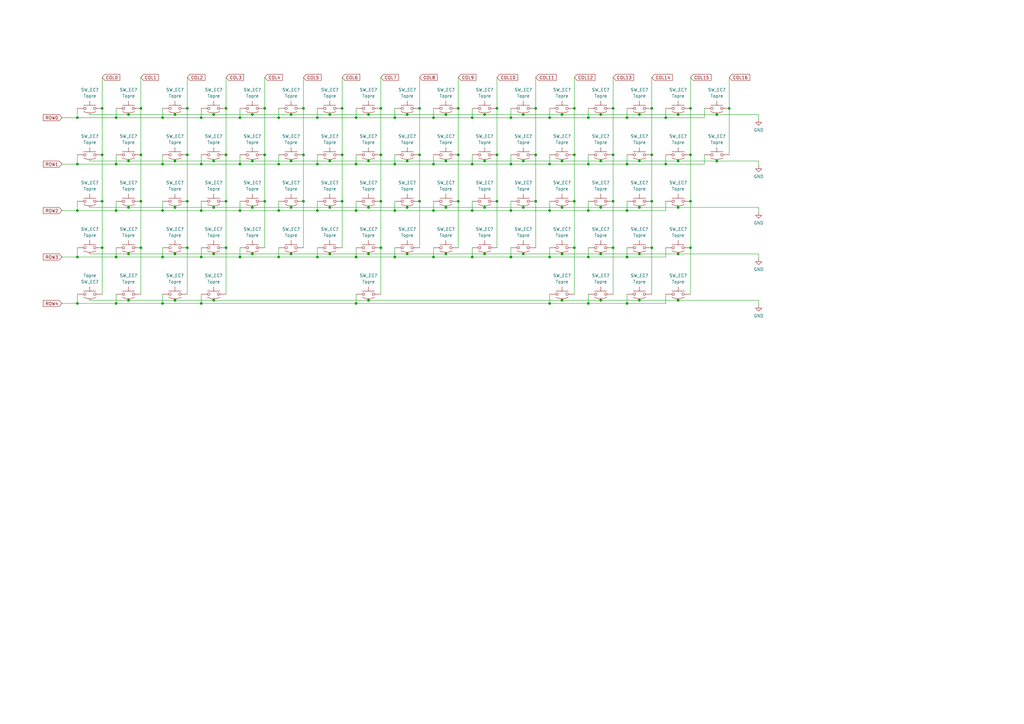
<source format=kicad_sch>
(kicad_sch (version 20211123) (generator eeschema)
  (paper "A3")
  (lib_symbols
    (symbol "cipulot_parts:Topre" (pin_numbers hide) (pin_names (offset 1.016) hide)
      (property "Reference" "SW_EC" (at -3.175 6.858 0))
      (property "Value" "Topre" (at -0.127 4.572 0))
      (symbol "Topre_0_1"
        (arc (start -2.54 -1.27) (mid 0 -1.8696) (end 2.54 -1.27))
        (circle (center -2.032 0) (radius 0.508))
        (polyline (pts (xy 0 1.27) (xy 0 3.048)))
        (polyline (pts (xy 2.54 1.27) (xy -2.54 1.27)))
        (circle (center 2.032 0) (radius 0.508))
        (pin input line (at -5.08 0 0) (length 2.54) (name "1") (number "1"))
        (pin output line (at 5.08 0 180) (length 2.54) (name "2") (number "2"))
      )
      (symbol "Topre_1_1"
        (pin power_in line (at 0 -2.54 90) (length 0.6096) (name "3") (number "3"))
      )
    )
    (symbol "power:GND" (power) (pin_names (offset 0))
      (property "Value" "GND" (at 0 -3.81 0))
      (symbol "GND_0_1"
        (polyline (pts (xy 0 0) (xy 0 -1.27) (xy 1.27 -1.27) (xy 0 -2.54) (xy -1.27 -1.27) (xy 0 -1.27)))
      )
      (symbol "GND_1_1"
        (pin power_in line (at 0 0 270) (length 0) hide (name "GND") (number "1"))
      )
    )
  )
  (junction (at 230.505 46.99))
  (junction (at 283.21 82.55))
  (junction (at 203.835 44.45))
  (junction (at 251.46 44.45))
  (junction (at 225.425 124.46))
  (junction (at 47.625 124.46))
  (junction (at 71.755 104.14))
  (junction (at 187.96 82.55))
  (junction (at 87.63 85.09))
  (junction (at 257.175 124.46))
  (junction (at 278.13 46.99))
  (junction (at 172.085 82.55))
  (junction (at 198.755 85.09))
  (junction (at 98.425 67.31))
  (junction (at 31.75 67.31))
  (junction (at 294.005 46.99))
  (junction (at 246.38 66.04))
  (junction (at 230.505 104.14))
  (junction (at 257.175 67.31))
  (junction (at 146.05 86.36))
  (junction (at 41.91 101.6))
  (junction (at 52.705 123.19))
  (junction (at 135.255 66.04))
  (junction (at 41.91 63.5))
  (junction (at 209.55 67.31))
  (junction (at 119.38 85.09))
  (junction (at 219.71 63.5))
  (junction (at 262.255 66.04))
  (junction (at 172.085 44.45))
  (junction (at 92.71 63.5))
  (junction (at 66.675 124.46))
  (junction (at 177.8 86.36))
  (junction (at 76.835 63.5))
  (junction (at 225.425 48.26))
  (junction (at 187.96 63.5))
  (junction (at 235.585 101.6))
  (junction (at 71.755 123.19))
  (junction (at 167.005 46.99))
  (junction (at 130.175 67.31))
  (junction (at 267.335 82.55))
  (junction (at 92.71 101.6))
  (junction (at 167.005 104.14))
  (junction (at 262.255 46.99))
  (junction (at 140.335 44.45))
  (junction (at 31.75 124.46))
  (junction (at 241.3 124.46))
  (junction (at 161.925 67.31))
  (junction (at 161.925 48.26))
  (junction (at 76.835 82.55))
  (junction (at 103.505 85.09))
  (junction (at 241.3 48.26))
  (junction (at 187.96 44.45))
  (junction (at 151.13 46.99))
  (junction (at 103.505 104.14))
  (junction (at 241.3 105.41))
  (junction (at 41.91 82.55))
  (junction (at 235.585 63.5))
  (junction (at 257.175 105.41))
  (junction (at 182.88 46.99))
  (junction (at 47.625 48.26))
  (junction (at 114.3 48.26))
  (junction (at 156.21 82.55))
  (junction (at 177.8 105.41))
  (junction (at 214.63 104.14))
  (junction (at 225.425 86.36))
  (junction (at 146.05 67.31))
  (junction (at 98.425 48.26))
  (junction (at 119.38 46.99))
  (junction (at 57.785 63.5))
  (junction (at 246.38 123.19))
  (junction (at 119.38 66.04))
  (junction (at 103.505 46.99))
  (junction (at 52.705 46.99))
  (junction (at 241.3 67.31))
  (junction (at 135.255 46.99))
  (junction (at 151.13 123.19))
  (junction (at 273.05 48.26))
  (junction (at 130.175 48.26))
  (junction (at 52.705 66.04))
  (junction (at 82.55 86.36))
  (junction (at 124.46 63.5))
  (junction (at 114.3 105.41))
  (junction (at 47.625 67.31))
  (junction (at 130.175 86.36))
  (junction (at 57.785 101.6))
  (junction (at 156.21 63.5))
  (junction (at 52.705 104.14))
  (junction (at 87.63 123.19))
  (junction (at 251.46 63.5))
  (junction (at 31.75 105.41))
  (junction (at 262.255 85.09))
  (junction (at 257.175 48.26))
  (junction (at 193.675 48.26))
  (junction (at 135.255 104.14))
  (junction (at 108.585 63.5))
  (junction (at 273.05 67.31))
  (junction (at 71.755 66.04))
  (junction (at 52.705 85.09))
  (junction (at 283.21 101.6))
  (junction (at 124.46 44.45))
  (junction (at 151.13 85.09))
  (junction (at 66.675 67.31))
  (junction (at 214.63 46.99))
  (junction (at 198.755 104.14))
  (junction (at 57.785 82.55))
  (junction (at 151.13 104.14))
  (junction (at 235.585 44.45))
  (junction (at 156.21 44.45))
  (junction (at 278.13 85.09))
  (junction (at 246.38 46.99))
  (junction (at 87.63 46.99))
  (junction (at 167.005 85.09))
  (junction (at 76.835 44.45))
  (junction (at 82.55 48.26))
  (junction (at 114.3 86.36))
  (junction (at 203.835 63.5))
  (junction (at 167.005 66.04))
  (junction (at 47.625 86.36))
  (junction (at 151.13 66.04))
  (junction (at 119.38 104.14))
  (junction (at 57.785 44.45))
  (junction (at 225.425 67.31))
  (junction (at 92.71 44.45))
  (junction (at 124.46 82.55))
  (junction (at 76.835 101.6))
  (junction (at 193.675 105.41))
  (junction (at 161.925 86.36))
  (junction (at 267.335 44.45))
  (junction (at 92.71 82.55))
  (junction (at 225.425 105.41))
  (junction (at 156.21 101.6))
  (junction (at 114.3 67.31))
  (junction (at 246.38 85.09))
  (junction (at 299.085 44.45))
  (junction (at 66.675 105.41))
  (junction (at 267.335 63.5))
  (junction (at 41.91 44.45))
  (junction (at 278.13 66.04))
  (junction (at 161.925 105.41))
  (junction (at 193.675 67.31))
  (junction (at 31.75 86.36))
  (junction (at 47.625 105.41))
  (junction (at 251.46 101.6))
  (junction (at 278.13 104.14))
  (junction (at 82.55 124.46))
  (junction (at 209.55 48.26))
  (junction (at 71.755 85.09))
  (junction (at 130.175 105.41))
  (junction (at 214.63 85.09))
  (junction (at 98.425 105.41))
  (junction (at 87.63 66.04))
  (junction (at 172.085 63.5))
  (junction (at 146.05 124.46))
  (junction (at 98.425 86.36))
  (junction (at 230.505 66.04))
  (junction (at 278.13 123.19))
  (junction (at 193.675 86.36))
  (junction (at 219.71 44.45))
  (junction (at 140.335 63.5))
  (junction (at 294.005 66.04))
  (junction (at 71.755 46.99))
  (junction (at 87.63 104.14))
  (junction (at 235.585 82.55))
  (junction (at 246.38 104.14))
  (junction (at 283.21 63.5))
  (junction (at 267.335 101.6))
  (junction (at 203.835 82.55))
  (junction (at 219.71 82.55))
  (junction (at 182.88 66.04))
  (junction (at 108.585 44.45))
  (junction (at 257.175 86.36))
  (junction (at 66.675 86.36))
  (junction (at 241.3 86.36))
  (junction (at 182.88 85.09))
  (junction (at 230.505 123.19))
  (junction (at 146.05 105.41))
  (junction (at 82.55 67.31))
  (junction (at 177.8 48.26))
  (junction (at 251.46 82.55))
  (junction (at 140.335 82.55))
  (junction (at 198.755 46.99))
  (junction (at 198.755 66.04))
  (junction (at 283.21 44.45))
  (junction (at 82.55 105.41))
  (junction (at 182.88 104.14))
  (junction (at 209.55 86.36))
  (junction (at 103.505 66.04))
  (junction (at 262.255 104.14))
  (junction (at 230.505 85.09))
  (junction (at 66.675 48.26))
  (junction (at 146.05 48.26))
  (junction (at 214.63 66.04))
  (junction (at 262.255 123.19))
  (junction (at 31.75 48.26))
  (junction (at 108.585 82.55))
  (junction (at 177.8 67.31))
  (junction (at 135.255 85.09))
  (junction (at 209.55 105.41))
  (wire (pts (xy 311.15 46.99) (xy 311.15 48.895)))
  (wire (pts (xy 246.38 46.99) (xy 262.255 46.99)))
  (wire (pts (xy 177.8 44.45) (xy 177.8 48.26)))
  (wire (pts (xy 241.3 82.55) (xy 241.3 86.36)))
  (wire (pts (xy 140.335 82.55) (xy 140.335 101.6)))
  (wire (pts (xy 47.625 105.41) (xy 66.675 105.41)))
  (wire (pts (xy 119.38 85.09) (xy 135.255 85.09)))
  (wire (pts (xy 241.3 48.26) (xy 257.175 48.26)))
  (wire (pts (xy 92.71 101.6) (xy 92.71 120.65)))
  (wire (pts (xy 140.335 44.45) (xy 140.335 63.5)))
  (wire (pts (xy 209.55 105.41) (xy 225.425 105.41)))
  (wire (pts (xy 161.925 101.6) (xy 161.925 105.41)))
  (wire (pts (xy 182.88 46.99) (xy 198.755 46.99)))
  (wire (pts (xy 283.21 82.55) (xy 283.21 63.5)))
  (wire (pts (xy 299.085 31.75) (xy 299.085 44.45)))
  (wire (pts (xy 47.625 67.31) (xy 66.675 67.31)))
  (wire (pts (xy 209.55 48.26) (xy 225.425 48.26)))
  (wire (pts (xy 57.785 82.55) (xy 57.785 101.6)))
  (wire (pts (xy 230.505 66.04) (xy 246.38 66.04)))
  (wire (pts (xy 151.13 104.14) (xy 167.005 104.14)))
  (wire (pts (xy 278.13 104.14) (xy 311.15 104.14)))
  (wire (pts (xy 311.15 66.04) (xy 311.15 67.945)))
  (wire (pts (xy 52.705 66.04) (xy 71.755 66.04)))
  (wire (pts (xy 209.55 86.36) (xy 225.425 86.36)))
  (wire (pts (xy 294.005 66.04) (xy 311.15 66.04)))
  (wire (pts (xy 57.785 31.75) (xy 57.785 44.45)))
  (wire (pts (xy 172.085 63.5) (xy 172.085 82.55)))
  (wire (pts (xy 82.55 82.55) (xy 82.55 86.36)))
  (wire (pts (xy 82.55 44.45) (xy 82.55 48.26)))
  (wire (pts (xy 103.505 46.99) (xy 119.38 46.99)))
  (wire (pts (xy 114.3 63.5) (xy 114.3 67.31)))
  (wire (pts (xy 66.675 101.6) (xy 66.675 105.41)))
  (wire (pts (xy 151.13 66.04) (xy 167.005 66.04)))
  (wire (pts (xy 235.585 101.6) (xy 235.585 120.65)))
  (wire (pts (xy 57.785 63.5) (xy 57.785 82.55)))
  (wire (pts (xy 241.3 63.5) (xy 241.3 67.31)))
  (wire (pts (xy 52.705 46.99) (xy 71.755 46.99)))
  (wire (pts (xy 251.46 101.6) (xy 251.46 120.65)))
  (wire (pts (xy 235.585 31.75) (xy 235.585 44.45)))
  (wire (pts (xy 108.585 44.45) (xy 108.585 63.5)))
  (wire (pts (xy 92.71 82.55) (xy 92.71 101.6)))
  (wire (pts (xy 251.46 63.5) (xy 251.46 82.55)))
  (wire (pts (xy 273.05 105.41) (xy 273.05 101.6)))
  (wire (pts (xy 267.335 101.6) (xy 267.335 120.65)))
  (wire (pts (xy 130.175 48.26) (xy 146.05 48.26)))
  (wire (pts (xy 177.8 82.55) (xy 177.8 86.36)))
  (wire (pts (xy 203.835 44.45) (xy 203.835 63.5)))
  (wire (pts (xy 108.585 82.55) (xy 108.585 101.6)))
  (wire (pts (xy 246.38 104.14) (xy 262.255 104.14)))
  (wire (pts (xy 177.8 48.26) (xy 193.675 48.26)))
  (wire (pts (xy 140.335 63.5) (xy 140.335 82.55)))
  (wire (pts (xy 230.505 46.99) (xy 246.38 46.99)))
  (wire (pts (xy 156.21 31.75) (xy 156.21 44.45)))
  (wire (pts (xy 161.925 63.5) (xy 161.925 67.31)))
  (wire (pts (xy 82.55 86.36) (xy 98.425 86.36)))
  (wire (pts (xy 214.63 104.14) (xy 230.505 104.14)))
  (wire (pts (xy 76.835 44.45) (xy 76.835 63.5)))
  (wire (pts (xy 161.925 48.26) (xy 177.8 48.26)))
  (wire (pts (xy 140.335 31.75) (xy 140.335 44.45)))
  (wire (pts (xy 187.96 63.5) (xy 187.96 82.55)))
  (wire (pts (xy 76.835 31.75) (xy 76.835 44.45)))
  (wire (pts (xy 146.05 82.55) (xy 146.05 86.36)))
  (wire (pts (xy 167.005 104.14) (xy 182.88 104.14)))
  (wire (pts (xy 311.15 123.19) (xy 311.15 125.095)))
  (wire (pts (xy 172.085 82.55) (xy 172.085 101.6)))
  (wire (pts (xy 87.63 85.09) (xy 103.505 85.09)))
  (wire (pts (xy 82.55 124.46) (xy 146.05 124.46)))
  (wire (pts (xy 82.55 48.26) (xy 98.425 48.26)))
  (wire (pts (xy 177.8 105.41) (xy 193.675 105.41)))
  (wire (pts (xy 135.255 66.04) (xy 151.13 66.04)))
  (wire (pts (xy 31.75 105.41) (xy 47.625 105.41)))
  (wire (pts (xy 167.005 46.99) (xy 182.88 46.99)))
  (wire (pts (xy 267.335 44.45) (xy 267.335 63.5)))
  (wire (pts (xy 278.13 46.99) (xy 294.005 46.99)))
  (wire (pts (xy 246.38 85.09) (xy 262.255 85.09)))
  (wire (pts (xy 87.63 46.99) (xy 103.505 46.99)))
  (wire (pts (xy 156.21 101.6) (xy 156.21 120.65)))
  (wire (pts (xy 241.3 101.6) (xy 241.3 105.41)))
  (wire (pts (xy 257.175 63.5) (xy 257.175 67.31)))
  (wire (pts (xy 92.71 63.5) (xy 92.71 82.55)))
  (wire (pts (xy 36.83 85.09) (xy 52.705 85.09)))
  (wire (pts (xy 214.63 66.04) (xy 230.505 66.04)))
  (wire (pts (xy 47.625 48.26) (xy 66.675 48.26)))
  (wire (pts (xy 114.3 48.26) (xy 130.175 48.26)))
  (wire (pts (xy 219.71 63.5) (xy 219.71 82.55)))
  (wire (pts (xy 146.05 48.26) (xy 161.925 48.26)))
  (wire (pts (xy 257.175 105.41) (xy 273.05 105.41)))
  (wire (pts (xy 294.005 46.99) (xy 311.15 46.99)))
  (wire (pts (xy 124.46 82.55) (xy 124.46 101.6)))
  (wire (pts (xy 52.705 85.09) (xy 71.755 85.09)))
  (wire (pts (xy 230.505 123.19) (xy 246.38 123.19)))
  (wire (pts (xy 71.755 85.09) (xy 87.63 85.09)))
  (wire (pts (xy 66.675 63.5) (xy 66.675 67.31)))
  (wire (pts (xy 161.925 105.41) (xy 177.8 105.41)))
  (wire (pts (xy 47.625 86.36) (xy 66.675 86.36)))
  (wire (pts (xy 98.425 44.45) (xy 98.425 48.26)))
  (wire (pts (xy 52.705 123.19) (xy 71.755 123.19)))
  (wire (pts (xy 135.255 85.09) (xy 151.13 85.09)))
  (wire (pts (xy 57.785 44.45) (xy 57.785 63.5)))
  (wire (pts (xy 193.675 86.36) (xy 209.55 86.36)))
  (wire (pts (xy 130.175 67.31) (xy 146.05 67.31)))
  (wire (pts (xy 225.425 63.5) (xy 225.425 67.31)))
  (wire (pts (xy 47.625 82.55) (xy 47.625 86.36)))
  (wire (pts (xy 193.675 44.45) (xy 193.675 48.26)))
  (wire (pts (xy 114.3 82.55) (xy 114.3 86.36)))
  (wire (pts (xy 31.75 63.5) (xy 31.75 67.31)))
  (wire (pts (xy 267.335 63.5) (xy 267.335 82.55)))
  (wire (pts (xy 193.675 67.31) (xy 209.55 67.31)))
  (wire (pts (xy 241.3 124.46) (xy 257.175 124.46)))
  (wire (pts (xy 135.255 104.14) (xy 151.13 104.14)))
  (wire (pts (xy 66.675 82.55) (xy 66.675 86.36)))
  (wire (pts (xy 31.75 48.26) (xy 47.625 48.26)))
  (wire (pts (xy 66.675 48.26) (xy 82.55 48.26)))
  (wire (pts (xy 114.3 86.36) (xy 130.175 86.36)))
  (wire (pts (xy 198.755 66.04) (xy 214.63 66.04)))
  (wire (pts (xy 161.925 44.45) (xy 161.925 48.26)))
  (wire (pts (xy 311.15 85.09) (xy 311.15 86.995)))
  (wire (pts (xy 177.8 86.36) (xy 193.675 86.36)))
  (wire (pts (xy 283.21 101.6) (xy 283.21 82.55)))
  (wire (pts (xy 71.755 104.14) (xy 87.63 104.14)))
  (wire (pts (xy 156.21 63.5) (xy 156.21 82.55)))
  (wire (pts (xy 273.05 124.46) (xy 273.05 120.65)))
  (wire (pts (xy 82.55 101.6) (xy 82.55 105.41)))
  (wire (pts (xy 288.925 48.26) (xy 288.925 44.45)))
  (wire (pts (xy 241.3 120.65) (xy 241.3 124.46)))
  (wire (pts (xy 130.175 86.36) (xy 146.05 86.36)))
  (wire (pts (xy 66.675 105.41) (xy 82.55 105.41)))
  (wire (pts (xy 214.63 46.99) (xy 230.505 46.99)))
  (wire (pts (xy 130.175 82.55) (xy 130.175 86.36)))
  (wire (pts (xy 161.925 82.55) (xy 161.925 86.36)))
  (wire (pts (xy 130.175 105.41) (xy 146.05 105.41)))
  (wire (pts (xy 31.75 120.65) (xy 31.75 124.46)))
  (wire (pts (xy 262.255 123.19) (xy 278.13 123.19)))
  (wire (pts (xy 209.55 63.5) (xy 209.55 67.31)))
  (wire (pts (xy 198.755 85.09) (xy 214.63 85.09)))
  (wire (pts (xy 257.175 48.26) (xy 273.05 48.26)))
  (wire (pts (xy 41.91 31.75) (xy 41.91 44.45)))
  (wire (pts (xy 25.4 48.26) (xy 31.75 48.26)))
  (wire (pts (xy 257.175 101.6) (xy 257.175 105.41)))
  (wire (pts (xy 108.585 63.5) (xy 108.585 82.55)))
  (wire (pts (xy 225.425 67.31) (xy 241.3 67.31)))
  (wire (pts (xy 151.13 85.09) (xy 167.005 85.09)))
  (wire (pts (xy 151.13 123.19) (xy 230.505 123.19)))
  (wire (pts (xy 251.46 82.55) (xy 251.46 101.6)))
  (wire (pts (xy 146.05 63.5) (xy 146.05 67.31)))
  (wire (pts (xy 187.96 31.75) (xy 187.96 44.45)))
  (wire (pts (xy 31.75 86.36) (xy 47.625 86.36)))
  (wire (pts (xy 273.05 67.31) (xy 288.925 67.31)))
  (wire (pts (xy 146.05 44.45) (xy 146.05 48.26)))
  (wire (pts (xy 135.255 46.99) (xy 151.13 46.99)))
  (wire (pts (xy 172.085 44.45) (xy 172.085 63.5)))
  (wire (pts (xy 82.55 67.31) (xy 98.425 67.31)))
  (wire (pts (xy 283.21 120.65) (xy 283.21 101.6)))
  (wire (pts (xy 161.925 67.31) (xy 177.8 67.31)))
  (wire (pts (xy 283.21 44.45) (xy 283.21 31.75)))
  (wire (pts (xy 187.96 44.45) (xy 187.96 63.5)))
  (wire (pts (xy 193.675 63.5) (xy 193.675 67.31)))
  (wire (pts (xy 76.835 82.55) (xy 76.835 101.6)))
  (wire (pts (xy 124.46 44.45) (xy 124.46 63.5)))
  (wire (pts (xy 219.71 82.55) (xy 219.71 101.6)))
  (wire (pts (xy 273.05 63.5) (xy 273.05 67.31)))
  (wire (pts (xy 209.55 82.55) (xy 209.55 86.36)))
  (wire (pts (xy 225.425 82.55) (xy 225.425 86.36)))
  (wire (pts (xy 31.75 124.46) (xy 47.625 124.46)))
  (wire (pts (xy 47.625 124.46) (xy 66.675 124.46)))
  (wire (pts (xy 241.3 67.31) (xy 257.175 67.31)))
  (wire (pts (xy 177.8 63.5) (xy 177.8 67.31)))
  (wire (pts (xy 25.4 105.41) (xy 31.75 105.41)))
  (wire (pts (xy 182.88 66.04) (xy 198.755 66.04)))
  (wire (pts (xy 283.21 63.5) (xy 283.21 44.45)))
  (wire (pts (xy 219.71 31.75) (xy 219.71 44.45)))
  (wire (pts (xy 114.3 44.45) (xy 114.3 48.26)))
  (wire (pts (xy 182.88 104.14) (xy 198.755 104.14)))
  (wire (pts (xy 92.71 31.75) (xy 92.71 44.45)))
  (wire (pts (xy 92.71 44.45) (xy 92.71 63.5)))
  (wire (pts (xy 41.91 82.55) (xy 41.91 101.6)))
  (wire (pts (xy 76.835 101.6) (xy 76.835 120.65)))
  (wire (pts (xy 66.675 124.46) (xy 82.55 124.46)))
  (wire (pts (xy 311.15 104.14) (xy 311.15 106.045)))
  (wire (pts (xy 82.55 120.65) (xy 82.55 124.46)))
  (wire (pts (xy 47.625 44.45) (xy 47.625 48.26)))
  (wire (pts (xy 262.255 85.09) (xy 278.13 85.09)))
  (wire (pts (xy 193.675 82.55) (xy 193.675 86.36)))
  (wire (pts (xy 198.755 104.14) (xy 214.63 104.14)))
  (wire (pts (xy 146.05 124.46) (xy 225.425 124.46)))
  (wire (pts (xy 114.3 101.6) (xy 114.3 105.41)))
  (wire (pts (xy 267.335 82.55) (xy 267.335 101.6)))
  (wire (pts (xy 71.755 123.19) (xy 87.63 123.19)))
  (wire (pts (xy 156.21 44.45) (xy 156.21 63.5)))
  (wire (pts (xy 187.96 82.55) (xy 187.96 101.6)))
  (wire (pts (xy 146.05 101.6) (xy 146.05 105.41)))
  (wire (pts (xy 273.05 44.45) (xy 273.05 48.26)))
  (wire (pts (xy 71.755 46.99) (xy 87.63 46.99)))
  (wire (pts (xy 225.425 86.36) (xy 241.3 86.36)))
  (wire (pts (xy 193.675 48.26) (xy 209.55 48.26)))
  (wire (pts (xy 130.175 44.45) (xy 130.175 48.26)))
  (wire (pts (xy 241.3 44.45) (xy 241.3 48.26)))
  (wire (pts (xy 172.085 31.75) (xy 172.085 44.45)))
  (wire (pts (xy 87.63 104.14) (xy 103.505 104.14)))
  (wire (pts (xy 177.8 67.31) (xy 193.675 67.31)))
  (wire (pts (xy 57.785 101.6) (xy 57.785 120.65)))
  (wire (pts (xy 225.425 44.45) (xy 225.425 48.26)))
  (wire (pts (xy 66.675 44.45) (xy 66.675 48.26)))
  (wire (pts (xy 235.585 63.5) (xy 235.585 82.55)))
  (wire (pts (xy 273.05 86.36) (xy 273.05 82.55)))
  (wire (pts (xy 66.675 120.65) (xy 66.675 124.46)))
  (wire (pts (xy 87.63 123.19) (xy 151.13 123.19)))
  (wire (pts (xy 251.46 44.45) (xy 251.46 63.5)))
  (wire (pts (xy 41.91 44.45) (xy 41.91 63.5)))
  (wire (pts (xy 87.63 66.04) (xy 103.505 66.04)))
  (wire (pts (xy 103.505 104.14) (xy 119.38 104.14)))
  (wire (pts (xy 130.175 63.5) (xy 130.175 67.31)))
  (wire (pts (xy 41.91 101.6) (xy 41.91 120.65)))
  (wire (pts (xy 209.55 67.31) (xy 225.425 67.31)))
  (wire (pts (xy 278.13 123.19) (xy 311.15 123.19)))
  (wire (pts (xy 71.755 66.04) (xy 87.63 66.04)))
  (wire (pts (xy 203.835 82.55) (xy 203.835 101.6)))
  (wire (pts (xy 47.625 63.5) (xy 47.625 67.31)))
  (wire (pts (xy 41.91 63.5) (xy 41.91 82.55)))
  (wire (pts (xy 146.05 105.41) (xy 161.925 105.41)))
  (wire (pts (xy 66.675 67.31) (xy 82.55 67.31)))
  (wire (pts (xy 82.55 105.41) (xy 98.425 105.41)))
  (wire (pts (xy 257.175 86.36) (xy 273.05 86.36)))
  (wire (pts (xy 278.13 85.09) (xy 311.15 85.09)))
  (wire (pts (xy 82.55 63.5) (xy 82.55 67.31)))
  (wire (pts (xy 246.38 123.19) (xy 262.255 123.19)))
  (wire (pts (xy 225.425 120.65) (xy 225.425 124.46)))
  (wire (pts (xy 273.05 48.26) (xy 288.925 48.26)))
  (wire (pts (xy 257.175 124.46) (xy 273.05 124.46)))
  (wire (pts (xy 47.625 101.6) (xy 47.625 105.41)))
  (wire (pts (xy 225.425 105.41) (xy 241.3 105.41)))
  (wire (pts (xy 124.46 31.75) (xy 124.46 44.45)))
  (wire (pts (xy 182.88 85.09) (xy 198.755 85.09)))
  (wire (pts (xy 257.175 120.65) (xy 257.175 124.46)))
  (wire (pts (xy 219.71 44.45) (xy 219.71 63.5)))
  (wire (pts (xy 156.21 82.55) (xy 156.21 101.6)))
  (wire (pts (xy 262.255 104.14) (xy 278.13 104.14)))
  (wire (pts (xy 98.425 67.31) (xy 114.3 67.31)))
  (wire (pts (xy 235.585 82.55) (xy 235.585 101.6)))
  (wire (pts (xy 299.085 44.45) (xy 299.085 63.5)))
  (wire (pts (xy 235.585 44.45) (xy 235.585 63.5)))
  (wire (pts (xy 98.425 101.6) (xy 98.425 105.41)))
  (wire (pts (xy 241.3 105.41) (xy 257.175 105.41)))
  (wire (pts (xy 47.625 120.65) (xy 47.625 124.46)))
  (wire (pts (xy 214.63 85.09) (xy 230.505 85.09)))
  (wire (pts (xy 203.835 31.75) (xy 203.835 44.45)))
  (wire (pts (xy 36.83 104.14) (xy 52.705 104.14)))
  (wire (pts (xy 267.335 31.75) (xy 267.335 44.45)))
  (wire (pts (xy 257.175 44.45) (xy 257.175 48.26)))
  (wire (pts (xy 119.38 46.99) (xy 135.255 46.99)))
  (wire (pts (xy 119.38 66.04) (xy 135.255 66.04)))
  (wire (pts (xy 103.505 66.04) (xy 119.38 66.04)))
  (wire (pts (xy 124.46 63.5) (xy 124.46 82.55)))
  (wire (pts (xy 288.925 67.31) (xy 288.925 63.5)))
  (wire (pts (xy 257.175 67.31) (xy 273.05 67.31)))
  (wire (pts (xy 36.83 123.19) (xy 52.705 123.19)))
  (wire (pts (xy 167.005 85.09) (xy 182.88 85.09)))
  (wire (pts (xy 146.05 86.36) (xy 161.925 86.36)))
  (wire (pts (xy 209.55 44.45) (xy 209.55 48.26)))
  (wire (pts (xy 251.46 31.75) (xy 251.46 44.45)))
  (wire (pts (xy 52.705 104.14) (xy 71.755 104.14)))
  (wire (pts (xy 114.3 105.41) (xy 130.175 105.41)))
  (wire (pts (xy 31.75 82.55) (xy 31.75 86.36)))
  (wire (pts (xy 114.3 67.31) (xy 130.175 67.31)))
  (wire (pts (xy 246.38 66.04) (xy 262.255 66.04)))
  (wire (pts (xy 146.05 67.31) (xy 161.925 67.31)))
  (wire (pts (xy 177.8 101.6) (xy 177.8 105.41)))
  (wire (pts (xy 193.675 101.6) (xy 193.675 105.41)))
  (wire (pts (xy 241.3 86.36) (xy 257.175 86.36)))
  (wire (pts (xy 98.425 82.55) (xy 98.425 86.36)))
  (wire (pts (xy 25.4 124.46) (xy 31.75 124.46)))
  (wire (pts (xy 36.83 66.04) (xy 52.705 66.04)))
  (wire (pts (xy 98.425 63.5) (xy 98.425 67.31)))
  (wire (pts (xy 25.4 67.31) (xy 31.75 67.31)))
  (wire (pts (xy 225.425 101.6) (xy 225.425 105.41)))
  (wire (pts (xy 161.925 86.36) (xy 177.8 86.36)))
  (wire (pts (xy 76.835 63.5) (xy 76.835 82.55)))
  (wire (pts (xy 151.13 46.99) (xy 167.005 46.99)))
  (wire (pts (xy 257.175 82.55) (xy 257.175 86.36)))
  (wire (pts (xy 130.175 101.6) (xy 130.175 105.41)))
  (wire (pts (xy 108.585 31.75) (xy 108.585 44.45)))
  (wire (pts (xy 146.05 120.65) (xy 146.05 124.46)))
  (wire (pts (xy 98.425 48.26) (xy 114.3 48.26)))
  (wire (pts (xy 262.255 46.99) (xy 278.13 46.99)))
  (wire (pts (xy 103.505 85.09) (xy 119.38 85.09)))
  (wire (pts (xy 278.13 66.04) (xy 294.005 66.04)))
  (wire (pts (xy 98.425 86.36) (xy 114.3 86.36)))
  (wire (pts (xy 193.675 105.41) (xy 209.55 105.41)))
  (wire (pts (xy 198.755 46.99) (xy 214.63 46.99)))
  (wire (pts (xy 119.38 104.14) (xy 135.255 104.14)))
  (wire (pts (xy 66.675 86.36) (xy 82.55 86.36)))
  (wire (pts (xy 230.505 85.09) (xy 246.38 85.09)))
  (wire (pts (xy 225.425 48.26) (xy 241.3 48.26)))
  (wire (pts (xy 36.83 46.99) (xy 52.705 46.99)))
  (wire (pts (xy 31.75 67.31) (xy 47.625 67.31)))
  (wire (pts (xy 167.005 66.04) (xy 182.88 66.04)))
  (wire (pts (xy 31.75 101.6) (xy 31.75 105.41)))
  (wire (pts (xy 209.55 101.6) (xy 209.55 105.41)))
  (wire (pts (xy 31.75 44.45) (xy 31.75 48.26)))
  (wire (pts (xy 203.835 63.5) (xy 203.835 82.55)))
  (wire (pts (xy 262.255 66.04) (xy 278.13 66.04)))
  (wire (pts (xy 98.425 105.41) (xy 114.3 105.41)))
  (wire (pts (xy 25.4 86.36) (xy 31.75 86.36)))
  (wire (pts (xy 230.505 104.14) (xy 246.38 104.14)))
  (wire (pts (xy 225.425 124.46) (xy 241.3 124.46)))
  (global_label "ROW2" (shape input) (at 25.4 86.36 180) (property "Intersheet References" "${INTERSHEET_REFS}" (effects hide)))
  (global_label "COL1" (shape input) (at 57.785 31.75 0) (property "Intersheet References" "${INTERSHEET_REFS}" (effects hide)))
  (global_label "COL8" (shape input) (at 172.085 31.75 0) (property "Intersheet References" "${INTERSHEET_REFS}" (effects hide)))
  (global_label "COL0" (shape input) (at 41.91 31.75 0) (property "Intersheet References" "${INTERSHEET_REFS}" (effects hide)))
  (global_label "COL13" (shape input) (at 251.46 31.75 0) (property "Intersheet References" "${INTERSHEET_REFS}" (effects hide)))
  (global_label "COL5" (shape input) (at 124.46 31.75 0) (property "Intersheet References" "${INTERSHEET_REFS}" (effects hide)))
  (global_label "COL10" (shape input) (at 203.835 31.75 0) (property "Intersheet References" "${INTERSHEET_REFS}" (effects hide)))
  (global_label "ROW3" (shape input) (at 25.4 105.41 180) (property "Intersheet References" "${INTERSHEET_REFS}" (effects hide)))
  (global_label "COL9" (shape input) (at 187.96 31.75 0) (property "Intersheet References" "${INTERSHEET_REFS}" (effects hide)))
  (global_label "ROW0" (shape input) (at 25.4 48.26 180) (property "Intersheet References" "${INTERSHEET_REFS}" (effects hide)))
  (global_label "COL7" (shape input) (at 156.21 31.75 0) (property "Intersheet References" "${INTERSHEET_REFS}" (effects hide)))
  (global_label "COL3" (shape input) (at 92.71 31.75 0) (property "Intersheet References" "${INTERSHEET_REFS}" (effects hide)))
  (global_label "COL16" (shape input) (at 299.085 31.75 0) (property "Intersheet References" "${INTERSHEET_REFS}" (effects hide)))
  (global_label "COL14" (shape input) (at 267.335 31.75 0) (property "Intersheet References" "${INTERSHEET_REFS}" (effects hide)))
  (global_label "COL15" (shape input) (at 283.21 31.75 0) (property "Intersheet References" "${INTERSHEET_REFS}" (effects hide)))
  (global_label "COL2" (shape input) (at 76.835 31.75 0) (property "Intersheet References" "${INTERSHEET_REFS}" (effects hide)))
  (global_label "COL11" (shape input) (at 219.71 31.75 0) (property "Intersheet References" "${INTERSHEET_REFS}" (effects hide)))
  (global_label "COL6" (shape input) (at 140.335 31.75 0) (property "Intersheet References" "${INTERSHEET_REFS}" (effects hide)))
  (global_label "COL4" (shape input) (at 108.585 31.75 0) (property "Intersheet References" "${INTERSHEET_REFS}" (effects hide)))
  (global_label "ROW4" (shape input) (at 25.4 124.46 180) (property "Intersheet References" "${INTERSHEET_REFS}" (effects hide)))
  (global_label "COL12" (shape input) (at 235.585 31.75 0) (property "Intersheet References" "${INTERSHEET_REFS}" (effects hide)))
  (global_label "ROW1" (shape input) (at 25.4 67.31 180) (property "Intersheet References" "${INTERSHEET_REFS}" (effects hide)))
  (symbol (lib_id "cipulot_parts:Topre") (at 246.38 44.45 0) (unit 1)
    (property "Reference" "SW_EC?" (at 246.38 36.83 0))
    (property "Value" "Topre" (at 246.38 39.37 0))
  )
  (symbol (lib_id "cipulot_parts:Topre") (at 167.005 82.55 0) (unit 1)
    (property "Reference" "SW_EC?" (at 167.005 74.93 0))
    (property "Value" "Topre" (at 167.005 77.47 0))
  )
  (symbol (lib_id "cipulot_parts:Topre") (at 151.13 120.65 0) (unit 1)
    (property "Reference" "SW_EC?" (at 151.13 113.03 0))
    (property "Value" "Topre" (at 151.13 115.57 0))
  )
  (symbol (lib_id "cipulot_parts:Topre") (at 294.005 44.45 0) (unit 1)
    (property "Reference" "SW_EC?" (at 294.005 36.83 0))
    (property "Value" "Topre" (at 294.005 39.37 0))
  )
  (symbol (lib_id "cipulot_parts:Topre") (at 119.38 82.55 0) (unit 1)
    (property "Reference" "SW_EC?" (at 119.38 74.93 0))
    (property "Value" "Topre" (at 119.38 77.47 0))
  )
  (symbol (lib_id "cipulot_parts:Topre") (at 262.255 120.65 0) (unit 1)
    (property "Reference" "SW_EC?" (at 262.255 113.03 0))
    (property "Value" "Topre" (at 262.255 115.57 0))
  )
  (symbol (lib_id "cipulot_parts:Topre") (at 182.88 82.55 0) (unit 1)
    (property "Reference" "SW_EC?" (at 182.88 74.93 0))
    (property "Value" "Topre" (at 182.88 77.47 0))
  )
  (symbol (lib_id "cipulot_parts:Topre") (at 262.255 44.45 0) (unit 1)
    (property "Reference" "SW_EC?" (at 262.255 36.83 0))
    (property "Value" "Topre" (at 262.255 39.37 0))
  )
  (symbol (lib_id "power:GND") (at 311.15 125.095 0) (unit 1)
    (property "Reference" "#PWR?" (effects hide))
    (property "Value" "GND" (at 311.15 129.54 0))
  )
  (symbol (lib_id "cipulot_parts:Topre") (at 87.63 120.65 0) (unit 1)
    (property "Reference" "SW_EC?" (at 87.63 113.03 0))
    (property "Value" "Topre" (at 87.63 115.57 0))
  )
  (symbol (lib_id "cipulot_parts:Topre") (at 246.38 82.55 0) (unit 1)
    (property "Reference" "SW_EC?" (at 246.38 74.93 0))
    (property "Value" "Topre" (at 246.38 77.47 0))
  )
  (symbol (lib_id "cipulot_parts:Topre") (at 103.505 101.6 0) (unit 1)
    (property "Reference" "SW_EC?" (at 103.505 93.98 0))
    (property "Value" "Topre" (at 103.505 96.52 0))
  )
  (symbol (lib_id "cipulot_parts:Topre") (at 246.38 101.6 0) (unit 1)
    (property "Reference" "SW_EC?" (at 246.38 93.98 0))
    (property "Value" "Topre" (at 246.38 96.52 0))
  )
  (symbol (lib_id "cipulot_parts:Topre") (at 167.005 63.5 0) (unit 1)
    (property "Reference" "SW_EC?" (at 167.005 55.88 0))
    (property "Value" "Topre" (at 167.005 58.42 0))
  )
  (symbol (lib_id "cipulot_parts:Topre") (at 52.705 101.6 0) (unit 1)
    (property "Reference" "SW_EC?" (at 52.705 93.98 0))
    (property "Value" "Topre" (at 52.705 96.52 0))
  )
  (symbol (lib_id "cipulot_parts:Topre") (at 151.13 63.5 0) (unit 1)
    (property "Reference" "SW_EC?" (at 151.13 55.88 0))
    (property "Value" "Topre" (at 151.13 58.42 0))
  )
  (symbol (lib_id "cipulot_parts:Topre") (at 167.005 101.6 0) (unit 1)
    (property "Reference" "SW_EC?" (at 167.005 93.98 0))
    (property "Value" "Topre" (at 167.005 96.52 0))
  )
  (symbol (lib_id "cipulot_parts:Topre") (at 52.705 63.5 0) (unit 1)
    (property "Reference" "SW_EC?" (at 52.705 55.88 0))
    (property "Value" "Topre" (at 52.705 58.42 0))
  )
  (symbol (lib_id "cipulot_parts:Topre") (at 71.755 82.55 0) (unit 1)
    (property "Reference" "SW_EC?" (at 71.755 74.93 0))
    (property "Value" "Topre" (at 71.755 77.47 0))
  )
  (symbol (lib_id "cipulot_parts:Topre") (at 182.88 101.6 0) (unit 1)
    (property "Reference" "SW_EC?" (at 182.88 93.98 0))
    (property "Value" "Topre" (at 182.88 96.52 0))
  )
  (symbol (lib_id "cipulot_parts:Topre") (at 278.13 101.6 0) (unit 1)
    (property "Reference" "SW_EC?" (at 278.13 93.98 0))
    (property "Value" "Topre" (at 278.13 96.52 0))
  )
  (symbol (lib_id "cipulot_parts:Topre") (at 103.505 63.5 0) (unit 1)
    (property "Reference" "SW_EC?" (at 103.505 55.88 0))
    (property "Value" "Topre" (at 103.505 58.42 0))
  )
  (symbol (lib_id "cipulot_parts:Topre") (at 198.755 44.45 0) (unit 1)
    (property "Reference" "SW_EC?" (at 198.755 36.83 0))
    (property "Value" "Topre" (at 198.755 39.37 0))
  )
  (symbol (lib_id "cipulot_parts:Topre") (at 52.705 120.65 0) (unit 1)
    (property "Reference" "SW_EC?" (at 52.705 113.03 0))
    (property "Value" "Topre" (at 52.705 115.57 0))
  )
  (symbol (lib_id "cipulot_parts:Topre") (at 246.38 120.65 0) (unit 1)
    (property "Reference" "SW_EC?" (at 246.38 113.03 0))
    (property "Value" "Topre" (at 246.38 115.57 0))
  )
  (symbol (lib_id "cipulot_parts:Topre") (at 278.13 44.45 0) (unit 1)
    (property "Reference" "SW_EC?" (at 278.13 36.83 0))
    (property "Value" "Topre" (at 278.13 39.37 0))
  )
  (symbol (lib_id "cipulot_parts:Topre") (at 182.88 44.45 0) (unit 1)
    (property "Reference" "SW_EC?" (at 182.88 36.83 0))
    (property "Value" "Topre" (at 182.88 39.37 0))
  )
  (symbol (lib_id "cipulot_parts:Topre") (at 135.255 44.45 0) (unit 1)
    (property "Reference" "SW_EC?" (at 135.255 36.83 0))
    (property "Value" "Topre" (at 135.255 39.37 0))
  )
  (symbol (lib_id "cipulot_parts:Topre") (at 230.505 44.45 0) (unit 1)
    (property "Reference" "SW_EC?" (at 230.505 36.83 0))
    (property "Value" "Topre" (at 230.505 39.37 0))
  )
  (symbol (lib_id "cipulot_parts:Topre") (at 135.255 63.5 0) (unit 1)
    (property "Reference" "SW_EC?" (at 135.255 55.88 0))
    (property "Value" "Topre" (at 135.255 58.42 0))
  )
  (symbol (lib_id "cipulot_parts:Topre") (at 119.38 63.5 0) (unit 1)
    (property "Reference" "SW_EC?" (at 119.38 55.88 0))
    (property "Value" "Topre" (at 119.38 58.42 0))
  )
  (symbol (lib_id "cipulot_parts:Topre") (at 151.13 82.55 0) (unit 1)
    (property "Reference" "SW_EC?" (at 151.13 74.93 0))
    (property "Value" "Topre" (at 151.13 77.47 0))
  )
  (symbol (lib_id "cipulot_parts:Topre") (at 36.83 120.65 0) (unit 1)
    (property "Reference" "SW_EC?" (at 36.83 115.57 0))
    (property "Value" "Topre" (at 36.83 113.03 0))
  )
  (symbol (lib_id "cipulot_parts:Topre") (at 198.755 101.6 0) (unit 1)
    (property "Reference" "SW_EC?" (at 198.755 93.98 0))
    (property "Value" "Topre" (at 198.755 96.52 0))
  )
  (symbol (lib_id "cipulot_parts:Topre") (at 214.63 82.55 0) (unit 1)
    (property "Reference" "SW_EC?" (at 214.63 74.93 0))
    (property "Value" "Topre" (at 214.63 77.47 0))
  )
  (symbol (lib_id "power:GND") (at 311.15 86.995 0) (unit 1)
    (property "Reference" "#PWR?" (effects hide))
    (property "Value" "GND" (at 311.15 91.44 0))
  )
  (symbol (lib_id "cipulot_parts:Topre") (at 135.255 101.6 0) (unit 1)
    (property "Reference" "SW_EC?" (at 135.255 93.98 0))
    (property "Value" "Topre" (at 135.255 96.52 0))
  )
  (symbol (lib_id "cipulot_parts:Topre") (at 119.38 44.45 0) (unit 1)
    (property "Reference" "SW_EC?" (at 119.38 36.83 0))
    (property "Value" "Topre" (at 119.38 39.37 0))
  )
  (symbol (lib_id "cipulot_parts:Topre") (at 230.505 82.55 0) (unit 1)
    (property "Reference" "SW_EC?" (at 230.505 74.93 0))
    (property "Value" "Topre" (at 230.505 77.47 0))
  )
  (symbol (lib_id "cipulot_parts:Topre") (at 52.705 82.55 0) (unit 1)
    (property "Reference" "SW_EC?" (at 52.705 74.93 0))
    (property "Value" "Topre" (at 52.705 77.47 0))
  )
  (symbol (lib_id "cipulot_parts:Topre") (at 103.505 82.55 0) (unit 1)
    (property "Reference" "SW_EC?" (at 103.505 74.93 0))
    (property "Value" "Topre" (at 103.505 77.47 0))
  )
  (symbol (lib_id "cipulot_parts:Topre") (at 230.505 101.6 0) (unit 1)
    (property "Reference" "SW_EC?" (at 230.505 93.98 0))
    (property "Value" "Topre" (at 230.505 96.52 0))
  )
  (symbol (lib_id "cipulot_parts:Topre") (at 294.005 63.5 0) (unit 1)
    (property "Reference" "SW_EC?" (at 294.005 55.88 0))
    (property "Value" "Topre" (at 294.005 58.42 0))
  )
  (symbol (lib_id "cipulot_parts:Topre") (at 87.63 63.5 0) (unit 1)
    (property "Reference" "SW_EC?" (at 87.63 55.88 0))
    (property "Value" "Topre" (at 87.63 58.42 0))
  )
  (symbol (lib_id "cipulot_parts:Topre") (at 36.83 63.5 0) (unit 1)
    (property "Reference" "SW_EC?" (at 36.83 55.88 0))
    (property "Value" "Topre" (at 36.83 58.42 0))
  )
  (symbol (lib_id "power:GND") (at 311.15 48.895 0) (unit 1)
    (property "Reference" "#PWR?" (effects hide))
    (property "Value" "GND" (at 311.15 53.34 0))
  )
  (symbol (lib_id "cipulot_parts:Topre") (at 230.505 63.5 0) (unit 1)
    (property "Reference" "SW_EC?" (at 230.505 55.88 0))
    (property "Value" "Topre" (at 230.505 58.42 0))
  )
  (symbol (lib_id "cipulot_parts:Topre") (at 151.13 101.6 0) (unit 1)
    (property "Reference" "SW_EC?" (at 151.13 93.98 0))
    (property "Value" "Topre" (at 151.13 96.52 0))
  )
  (symbol (lib_id "cipulot_parts:Topre") (at 103.505 44.45 0) (unit 1)
    (property "Reference" "SW_EC?" (at 103.505 36.83 0))
    (property "Value" "Topre" (at 103.505 39.37 0))
  )
  (symbol (lib_id "cipulot_parts:Topre") (at 198.755 82.55 0) (unit 1)
    (property "Reference" "SW_EC?" (at 198.755 74.93 0))
    (property "Value" "Topre" (at 198.755 77.47 0))
  )
  (symbol (lib_id "cipulot_parts:Topre") (at 262.255 101.6 0) (unit 1)
    (property "Reference" "SW_EC?" (at 262.255 93.98 0))
    (property "Value" "Topre" (at 262.255 96.52 0))
  )
  (symbol (lib_id "cipulot_parts:Topre") (at 87.63 82.55 0) (unit 1)
    (property "Reference" "SW_EC?" (at 87.63 74.93 0))
    (property "Value" "Topre" (at 87.63 77.47 0))
  )
  (symbol (lib_id "cipulot_parts:Topre") (at 214.63 44.45 0) (unit 1)
    (property "Reference" "SW_EC?" (at 214.63 36.83 0))
    (property "Value" "Topre" (at 214.63 39.37 0))
  )
  (symbol (lib_id "cipulot_parts:Topre") (at 214.63 63.5 0) (unit 1)
    (property "Reference" "SW_EC?" (at 214.63 55.88 0))
    (property "Value" "Topre" (at 214.63 58.42 0))
  )
  (symbol (lib_id "cipulot_parts:Topre") (at 71.755 44.45 0) (unit 1)
    (property "Reference" "SW_EC?" (at 71.755 36.83 0))
    (property "Value" "Topre" (at 71.755 39.37 0))
  )
  (symbol (lib_id "cipulot_parts:Topre") (at 246.38 63.5 0) (unit 1)
    (property "Reference" "SW_EC?" (at 246.38 55.88 0))
    (property "Value" "Topre" (at 246.38 58.42 0))
  )
  (symbol (lib_id "cipulot_parts:Topre") (at 71.755 120.65 0) (unit 1)
    (property "Reference" "SW_EC?" (at 71.755 113.03 0))
    (property "Value" "Topre" (at 71.755 115.57 0))
  )
  (symbol (lib_id "cipulot_parts:Topre") (at 262.255 82.55 0) (unit 1)
    (property "Reference" "SW_EC?" (at 262.255 74.93 0))
    (property "Value" "Topre" (at 262.255 77.47 0))
  )
  (symbol (lib_id "cipulot_parts:Topre") (at 71.755 63.5 0) (unit 1)
    (property "Reference" "SW_EC?" (at 71.755 55.88 0))
    (property "Value" "Topre" (at 71.755 58.42 0))
  )
  (symbol (lib_id "cipulot_parts:Topre") (at 36.83 82.55 0) (unit 1)
    (property "Reference" "SW_EC?" (at 36.83 74.93 0))
    (property "Value" "Topre" (at 36.83 77.47 0))
  )
  (symbol (lib_id "cipulot_parts:Topre") (at 278.13 120.65 0) (unit 1)
    (property "Reference" "SW_EC?" (at 278.13 113.03 0))
    (property "Value" "Topre" (at 278.13 115.57 0))
  )
  (symbol (lib_id "cipulot_parts:Topre") (at 87.63 44.45 0) (unit 1)
    (property "Reference" "SW_EC?" (at 87.63 36.83 0))
    (property "Value" "Topre" (at 87.63 39.37 0))
  )
  (symbol (lib_id "cipulot_parts:Topre") (at 151.13 44.45 0) (unit 1)
    (property "Reference" "SW_EC?" (at 151.13 36.83 0))
    (property "Value" "Topre" (at 151.13 39.37 0))
  )
  (symbol (lib_id "cipulot_parts:Topre") (at 278.13 63.5 0) (unit 1)
    (property "Reference" "SW_EC?" (at 278.13 55.88 0))
    (property "Value" "Topre" (at 278.13 58.42 0))
  )
  (symbol (lib_id "cipulot_parts:Topre") (at 198.755 63.5 0) (unit 1)
    (property "Reference" "SW_EC?" (at 198.755 55.88 0))
    (property "Value" "Topre" (at 198.755 58.42 0))
  )
  (symbol (lib_id "cipulot_parts:Topre") (at 182.88 63.5 0) (unit 1)
    (property "Reference" "SW_EC?" (at 182.88 55.88 0))
    (property "Value" "Topre" (at 182.88 58.42 0))
  )
  (symbol (lib_id "power:GND") (at 311.15 106.045 0) (unit 1)
    (property "Reference" "#PWR?" (effects hide))
    (property "Value" "GND" (at 311.15 110.49 0))
  )
  (symbol (lib_id "cipulot_parts:Topre") (at 167.005 44.45 0) (unit 1)
    (property "Reference" "SW_EC?" (at 167.005 36.83 0))
    (property "Value" "Topre" (at 167.005 39.37 0))
  )
  (symbol (lib_id "cipulot_parts:Topre") (at 36.83 101.6 0) (unit 1)
    (property "Reference" "SW_EC?" (at 36.83 93.98 0))
    (property "Value" "Topre" (at 36.83 96.52 0))
  )
  (symbol (lib_id "cipulot_parts:Topre") (at 135.255 82.55 0) (unit 1)
    (property "Reference" "SW_EC?" (at 135.255 74.93 0))
    (property "Value" "Topre" (at 135.255 77.47 0))
  )
  (symbol (lib_id "cipulot_parts:Topre") (at 36.83 44.45 0) (unit 1)
    (property "Reference" "SW_EC?" (at 36.83 36.83 0))
    (property "Value" "Topre" (at 36.83 39.37 0))
  )
  (symbol (lib_id "cipulot_parts:Topre") (at 230.505 120.65 0) (unit 1)
    (property "Reference" "SW_EC?" (at 230.505 113.03 0))
    (property "Value" "Topre" (at 230.505 115.57 0))
  )
  (symbol (lib_id "cipulot_parts:Topre") (at 214.63 101.6 0) (unit 1)
    (property "Reference" "SW_EC?" (at 214.63 93.98 0))
    (property "Value" "Topre" (at 214.63 96.52 0))
  )
  (symbol (lib_id "power:GND") (at 311.15 67.945 0) (unit 1)
    (property "Reference" "#PWR?" (effects hide))
    (property "Value" "GND" (at 311.15 72.39 0))
  )
  (symbol (lib_id "cipulot_parts:Topre") (at 71.755 101.6 0) (unit 1)
    (property "Reference" "SW_EC?" (at 71.755 93.98 0))
    (property "Value" "Topre" (at 71.755 96.52 0))
  )
  (symbol (lib_id "cipulot_parts:Topre") (at 278.13 82.55 0) (unit 1)
    (property "Reference" "SW_EC?" (at 278.13 74.93 0))
    (property "Value" "Topre" (at 278.13 77.47 0))
  )
  (symbol (lib_id "cipulot_parts:Topre") (at 52.705 44.45 0) (unit 1)
    (property "Reference" "SW_EC?" (at 52.705 36.83 0))
    (property "Value" "Topre" (at 52.705 39.37 0))
  )
  (symbol (lib_id "cipulot_parts:Topre") (at 119.38 101.6 0) (unit 1)
    (property "Reference" "SW_EC?" (at 119.38 93.98 0))
    (property "Value" "Topre" (at 119.38 96.52 0))
  )
  (symbol (lib_id "cipulot_parts:Topre") (at 87.63 101.6 0) (unit 1)
    (property "Reference" "SW_EC?" (at 87.63 93.98 0))
    (property "Value" "Topre" (at 87.63 96.52 0))
  )
  (symbol (lib_id "cipulot_parts:Topre") (at 262.255 63.5 0) (unit 1)
    (property "Reference" "SW_EC?" (at 262.255 55.88 0))
    (property "Value" "Topre" (at 262.255 58.42 0))
  )
)
</source>
